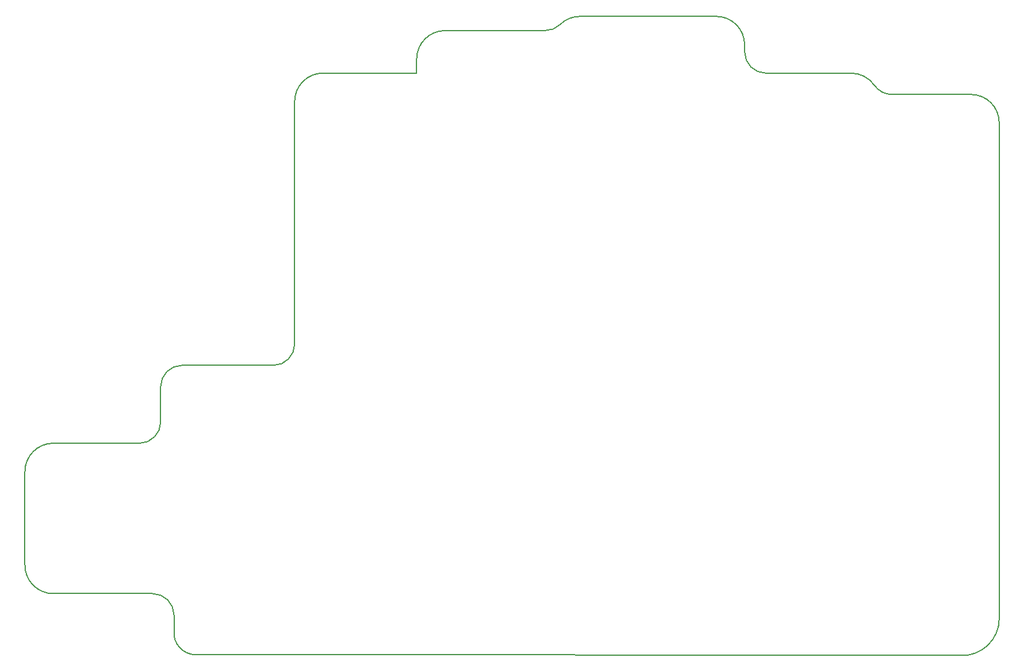
<source format=gbr>
%TF.GenerationSoftware,KiCad,Pcbnew,6.0.11-2627ca5db0~126~ubuntu22.04.1*%
%TF.CreationDate,2023-02-09T16:09:02-07:00*%
%TF.ProjectId,scaarix_flow,73636161-7269-4785-9f66-6c6f772e6b69,v1.0.0*%
%TF.SameCoordinates,Original*%
%TF.FileFunction,Profile,NP*%
%FSLAX46Y46*%
G04 Gerber Fmt 4.6, Leading zero omitted, Abs format (unit mm)*
G04 Created by KiCad (PCBNEW 6.0.11-2627ca5db0~126~ubuntu22.04.1) date 2023-02-09 16:09:02*
%MOMM*%
%LPD*%
G01*
G04 APERTURE LIST*
%TA.AperFunction,Profile*%
%ADD10C,0.150000*%
%TD*%
G04 APERTURE END LIST*
D10*
X174500000Y-47000000D02*
X161300000Y-47000000D01*
X216700000Y-39000000D02*
X197500000Y-39000000D01*
X220700000Y-44000000D02*
X220700000Y-43000000D01*
X220700000Y-44000000D02*
G75*
G03*
X223700000Y-47000000I3000000J0D01*
G01*
X123300000Y-120380000D02*
X137300000Y-120380000D01*
X197500000Y-39000000D02*
G75*
G03*
X194700583Y-40142857I0J-4000000D01*
G01*
X138421320Y-91200000D02*
X138421320Y-96178680D01*
X251099998Y-129100035D02*
G75*
G03*
X256571573Y-123900000I264802J5200035D01*
G01*
X140300038Y-125600004D02*
G75*
G03*
X143400000Y-129000000I3099962J-286796D01*
G01*
X192601021Y-41000000D02*
X178500000Y-41000000D01*
X119299984Y-116300000D02*
G75*
G03*
X123300000Y-120380000I4000016J-79200D01*
G01*
X141421320Y-88200020D02*
G75*
G03*
X138421320Y-91200000I-20J-2999980D01*
G01*
X161300000Y-47000000D02*
G75*
G03*
X157300000Y-51000000I0J-4000000D01*
G01*
X143400000Y-129000000D02*
X251100000Y-129100000D01*
X119300000Y-103178680D02*
X119300000Y-116300000D01*
X238982632Y-48714269D02*
G75*
G03*
X241444563Y-50000001I2461968J1714269D01*
G01*
X178500000Y-41000000D02*
G75*
G03*
X174500000Y-45000000I0J-4000000D01*
G01*
X220700000Y-43000000D02*
G75*
G03*
X216700000Y-39000000I-4000000J0D01*
G01*
X256571600Y-54000000D02*
G75*
G03*
X252571573Y-50000000I-4000000J0D01*
G01*
X157300000Y-85200000D02*
X157300000Y-53100000D01*
X140300000Y-125600000D02*
X140300000Y-123380000D01*
X256571573Y-123900000D02*
X256571573Y-54000000D01*
X192601021Y-41000028D02*
G75*
G03*
X194700584Y-40142857I-121J3000228D01*
G01*
X140300000Y-123380000D02*
G75*
G03*
X137300000Y-120380000I-3000000J0D01*
G01*
X154300000Y-88200000D02*
X141421320Y-88200000D01*
X135421320Y-99178720D02*
G75*
G03*
X138421320Y-96178680I-20J3000020D01*
G01*
X157300000Y-51000000D02*
X157300000Y-53100000D01*
X174500000Y-45000000D02*
X174500000Y-47000000D01*
X252571573Y-50000000D02*
X241444563Y-50000000D01*
X154300000Y-88200000D02*
G75*
G03*
X157300000Y-85200000I0J3000000D01*
G01*
X238982607Y-48714286D02*
G75*
G03*
X235700000Y-47000000I-3282607J-2285714D01*
G01*
X123300000Y-99178700D02*
G75*
G03*
X119300000Y-103178680I0J-4000000D01*
G01*
X135421320Y-99178680D02*
X123300000Y-99178680D01*
X235700000Y-47000000D02*
X223700000Y-47000000D01*
M02*

</source>
